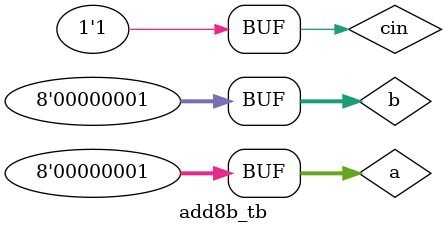
<source format=v>
`timescale 10ns/1ns
module add8b_tb();
  reg cin;
  wire [7:0] dout;
  wire cout;
  reg [7:0]a,b;

initial
$monitor ("dout=%b",dout);
initial begin
  #0 a=8'b10000010;#5 a=8'b00000001;
end
initial begin
  #0 b=8'b11111111;#5 b=8'b00000001;
end
initial begin
  #0 cin=1'b0;     #5 cin =1'b1;     
end
add8b U1(.a(a),.b(b),.cin(cin),.cout(cout),.dout(dout));
endmodule

</source>
